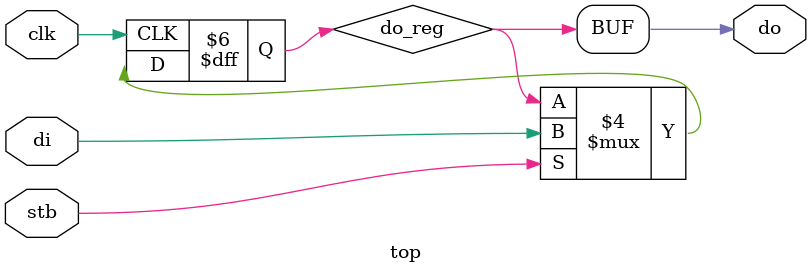
<source format=v>
module top(input clk, stb, di, output do);
	reg do_reg = 0;
	always @(posedge clk) begin
		if (stb) begin
			do_reg = di;
		end
	end
	assign do = do_reg;
endmodule

</source>
